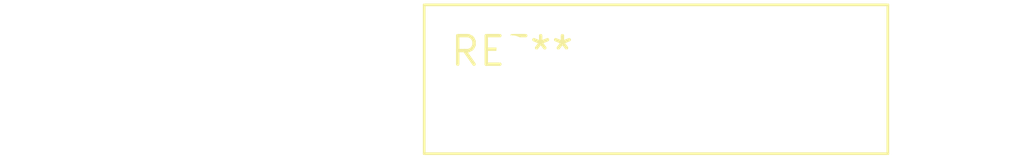
<source format=kicad_pcb>
(kicad_pcb (version 20240108) (generator pcbnew)
  (layers (0 "F.Cu" signal) (31 "B.Cu" signal) (34 "B.Paste" user) (35 "F.Paste" user) (36 "B.SilkS" user "B.Silkscreen") (37 "F.SilkS" user "F.Silkscreen") (38 "B.Mask" user) (39 "F.Mask" user) (44 "Edge.Cuts" user))
  (net 0 "")
  (footprint "FuseHolder_Blade_ATO_Littelfuse_FLR_178.6165" (layer "F.Cu") (at 0 0)
    (property "Reference" "REF**")
    (property "Value" "FuseHolder_Blade_ATO_Littelfuse_FLR_178.6165")
    (fp_line (start -3.91 -2.06) (end 16.71 -2.06) (layer "F.SilkS") (stroke (width 0.12)))
    (fp_line (start -3.91 4.56) (end -3.91 -2.06) (layer "F.SilkS") (stroke (width 0.12)))
    (fp_line (start 16.71 -2.06) (end 16.71 4.56) (layer "F.SilkS") (stroke (width 0.12)))
    (fp_line (start 16.71 4.56) (end -3.91 4.56) (layer "F.SilkS") (stroke (width 0.12)))
    (pad "" np_thru_hole circle (at 6.4 1.25) (size 2.4 2.4) (drill 2.4) (layers F&B.Cu *.Mask))
    (pad "1" thru_hole circle (at 0 0) (size 2.2 2.2) (drill 1.4) (layers *.Cu *.Mask) (remove_unused_layers))
    (pad "1" thru_hole circle (at 0 2.5) (size 2.2 2.2) (drill 1.4) (layers *.Cu *.Mask) (remove_unused_layers))
    (pad "1" thru_hole circle (at 3.5 0) (size 2.2 2.2) (drill 1.4) (layers *.Cu *.Mask) (remove_unused_layers))
    (pad "1" thru_hole circle (at 3.5 2.5) (size 2.2 2.2) (drill 1.4) (layers *.Cu *.Mask) (remove_unused_layers))
    (pad "2" thru_hole circle (at 9.3 0) (size 2.2 2.2) (drill 1.4) (layers *.Cu *.Mask) (remove_unused_layers))
    (pad "2" thru_hole circle (at 9.3 2.5) (size 2.2 2.2) (drill 1.4) (layers *.Cu *.Mask) (remove_unused_layers))
    (pad "2" thru_hole circle (at 12.8 0) (size 2.2 2.2) (drill 1.4) (layers *.Cu *.Mask) (remove_unused_layers))
    (pad "2" thru_hole circle (at 12.8 2.5) (size 2.2 2.2) (drill 1.4) (layers *.Cu *.Mask) (remove_unused_layers))
  )
)
</source>
